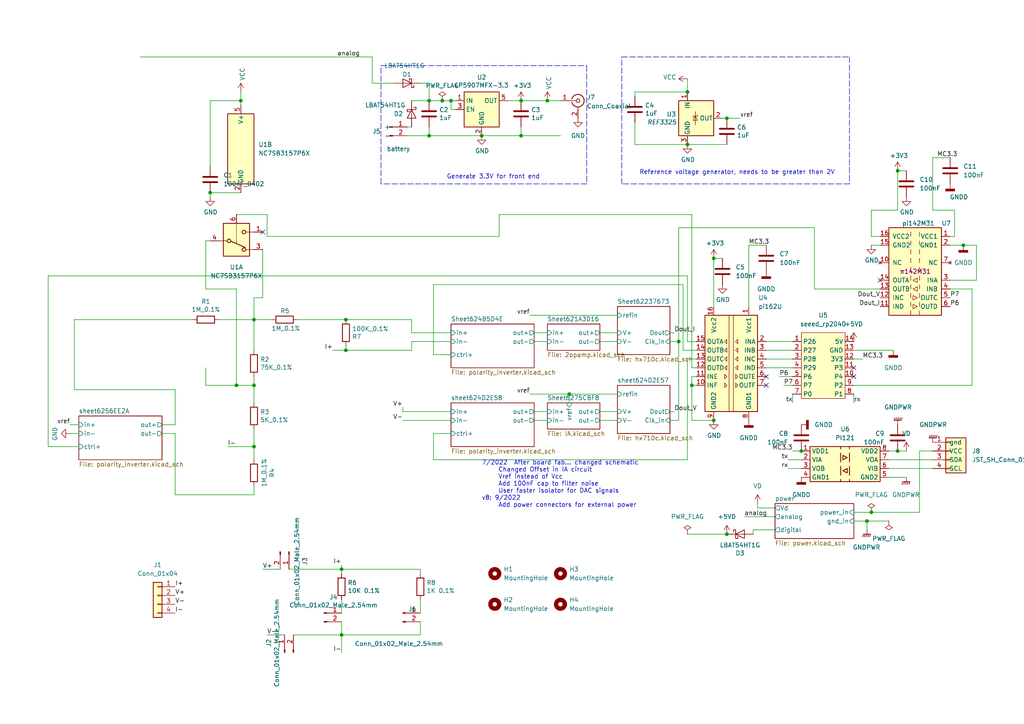
<source format=kicad_sch>
(kicad_sch (version 20211123) (generator eeschema)
  (paper "A4")
  (lib_symbols
    (symbol "0JLC-6:100K_0.1%" (pin_numbers hide) (pin_names (offset 0))
      (property "Reference" "R" (at 2.032 0 90))
      (property "Value" "100K_0.1%" (at 0 0 90))
      (symbol "100K_0.1%_1_1"
        (pin passive line (at 0 3.81 270) (length 1.27) (name "~") (number "1"))
        (pin passive line (at 0 -3.81 90) (length 1.27) (name "~") (number "2"))
      )
    )
    (symbol "0JLC-6:100nF" (pin_numbers hide) (pin_names (offset 0.254))
      (property "Reference" "C" (at 0.635 2.54 0))
      (property "Value" "100nF" (at 0.635 -2.54 0))
      (symbol "100nF_1_1"
        (pin passive line (at 0 3.81 270) (length 2.794) (name "~") (number "1"))
        (pin passive line (at 0 -3.81 90) (length 2.794) (name "~") (number "2"))
      )
    )
    (symbol "0JLC-6:100nF_0402" (pin_numbers hide) (pin_names (offset 0.254))
      (property "Reference" "C" (at 0.635 2.54 0))
      (property "Value" "100nF_0402" (at 0.635 -2.54 0))
      (symbol "100nF_0402_1_1"
        (pin passive line (at 0 3.81 270) (length 2.794) (name "~") (number "1"))
        (pin passive line (at 0 -3.81 90) (length 2.794) (name "~") (number "2"))
      )
    )
    (symbol "0JLC-6:10K" (pin_numbers hide) (pin_names (offset 0))
      (property "Reference" "R" (at 2.032 0 90))
      (property "Value" "10K" (at 0 0 90))
      (symbol "10K_1_1"
        (pin passive line (at 0 3.81 270) (length 1.27) (name "~") (number "1"))
        (pin passive line (at 0 -3.81 90) (length 1.27) (name "~") (number "2"))
      )
    )
    (symbol "0JLC-6:1K" (pin_numbers hide) (pin_names (offset 0))
      (property "Reference" "R" (at 2.032 0 90))
      (property "Value" "1K" (at 0 0 90))
      (symbol "1K_1_1"
        (pin passive line (at 0 3.81 270) (length 1.27) (name "~") (number "1"))
        (pin passive line (at 0 -3.81 90) (length 1.27) (name "~") (number "2"))
      )
    )
    (symbol "0JLC-6:1M_0.1%" (pin_numbers hide) (pin_names (offset 0))
      (property "Reference" "R" (at 2.032 0 90))
      (property "Value" "1M_0.1%" (at 0 0 90))
      (symbol "1M_0.1%_1_1"
        (pin passive line (at 0 3.81 270) (length 1.27) (name "~") (number "1"))
        (pin passive line (at 0 -3.81 90) (length 1.27) (name "~") (number "2"))
      )
    )
    (symbol "0JLC-6:1uF" (pin_numbers hide) (pin_names (offset 0.254))
      (property "Reference" "C" (at 0.635 2.54 0))
      (property "Value" "1uF" (at 0.635 -2.54 0))
      (symbol "1uF_1_1"
        (pin passive line (at 0 3.81 270) (length 2.794) (name "~") (number "1"))
        (pin passive line (at 0 -3.81 90) (length 2.794) (name "~") (number "2"))
      )
    )
    (symbol "0JLC-6:5K_0.1%" (pin_numbers hide) (pin_names (offset 0))
      (property "Reference" "R" (at 2.032 0 90))
      (property "Value" "5K_0.1%" (at 0 0 90))
      (symbol "5K_0.1%_1_1"
        (pin passive line (at 0 3.81 270) (length 1.27) (name "~") (number "1"))
        (pin passive line (at 0 -3.81 90) (length 1.27) (name "~") (number "2"))
      )
    )
    (symbol "0JLC-6:75K_0.1%" (pin_numbers hide) (pin_names (offset 0))
      (property "Reference" "R" (at 2.032 0 90))
      (property "Value" "75K_0.1%" (at 0 0 90))
      (symbol "75K_0.1%_1_1"
        (pin passive line (at 0 3.81 270) (length 1.27) (name "~") (number "1"))
        (pin passive line (at 0 -3.81 90) (length 1.27) (name "~") (number "2"))
      )
    )
    (symbol "0JLC-6:Conn_01x02_Male_2.54mm" (pin_names (offset 1.016) hide)
      (property "Reference" "J" (at 0 2.54 0))
      (property "Value" "Conn_01x02_Male_2.54mm" (at 0 -5.08 0))
      (symbol "Conn_01x02_Male_2.54mm_1_1"
        (pin passive line (at 5.08 0 180) (length 3.81) (name "Pin_1") (number "1"))
        (pin passive line (at 5.08 -2.54 180) (length 3.81) (name "Pin_2") (number "2"))
      )
    )
    (symbol "0JLC-6:JST-B2B-PH" (pin_names (offset 1.016))
      (property "Reference" "J" (at 0 2.54 0))
      (property "Value" "JST-B2B-PH" (at 0 -5.08 0))
      (symbol "JST-B2B-PH_1_1"
        (pin passive line (at 5.08 0 180) (length 3.81) (name "+") (number "1"))
        (pin passive line (at 5.08 -2.54 180) (length 3.81) (name "-") (number "2"))
      )
    )
    (symbol "0JLC-6:JST_SH_Conn_01x04_i2c_horizontal" (pin_names (offset 1.016))
      (property "Reference" "J" (at 0 5.08 0))
      (property "Value" "JST_SH_Conn_01x04_i2c_horizontal" (at 0 -7.62 0))
      (symbol "JST_SH_Conn_01x04_i2c_horizontal_1_1"
        (pin passive line (at -5.08 2.54 0) (length 3.81) (name "gnd") (number "1"))
        (pin passive line (at -5.08 0 0) (length 3.81) (name "VCC") (number "2"))
        (pin passive line (at -5.08 -2.54 0) (length 3.81) (name "SDA") (number "3"))
        (pin passive line (at -5.08 -5.08 0) (length 3.81) (name "SCL") (number "4"))
      )
    )
    (symbol "0JLC-6:LBAT54HT1G" (pin_numbers hide) (pin_names (offset 1.016) hide)
      (property "Reference" "D" (at 0 2.54 0))
      (property "Value" "LBAT54HT1G" (at 0 -2.54 0))
      (symbol "LBAT54HT1G_1_1"
        (pin passive line (at -3.81 0 0) (length 2.54) (name "K") (number "1"))
        (pin passive line (at 3.81 0 180) (length 2.54) (name "A") (number "2"))
      )
    )
    (symbol "0JLC-6:LP5907MFX-3.3"
      (property "Reference" "U" (at -3.81 6.35 0))
      (property "Value" "LP5907MFX-3.3" (at 6.35 6.35 0))
      (symbol "LP5907MFX-3.3_0_1"
        (pin power_in line (at -7.62 2.54 0) (length 2.54) (name "IN") (number "1"))
        (pin power_in line (at 0 -7.62 90) (length 2.54) (name "GND") (number "2"))
        (pin input line (at -7.62 0 0) (length 2.54) (name "EN") (number "3"))
        (pin no_connect line (at 5.08 0 180) (length 2.54) hide (name "NC") (number "4"))
        (pin power_out line (at 7.62 2.54 180) (length 2.54) (name "OUT") (number "5"))
      )
    )
    (symbol "0JLC-6:PI121"
      (property "Reference" "U" (at -8.89 6.35 0))
      (property "Value" "PI121" (at 1.27 6.35 0))
      (symbol "PI121_1_1"
        (pin power_in line (at -12.7 3.81 0) (length 2.54) (name "VDD1") (number "1"))
        (pin input line (at -12.7 1.27 0) (length 2.54) (name "VIA") (number "2"))
        (pin output line (at -12.7 -1.27 0) (length 2.54) (name "VOB") (number "3"))
        (pin power_in line (at -12.7 -3.81 0) (length 2.54) (name "GND1") (number "4"))
        (pin power_in line (at 12.7 -3.81 180) (length 2.54) (name "GND2") (number "5"))
        (pin input line (at 12.7 -1.27 180) (length 2.54) (name "VIB") (number "6"))
        (pin output line (at 12.7 1.27 180) (length 2.54) (name "VOA") (number "7"))
        (pin power_in line (at 12.7 3.81 180) (length 2.54) (name "VDD2") (number "8"))
      )
    )
    (symbol "0JLC-6:pi142x3x" (pin_names (offset 1.016))
      (property "Reference" "U?" (at 0 17.78 0))
      (property "Value" "pi142x3x" (at 0 15.24 0))
      (property "MPN" "π142M31" (at 0 0 0))
      (symbol "pi142x3x_1_1"
        (pin power_in line (at -10.16 10.16 0) (length 2.54) (name "VCC1") (number "1"))
        (pin no_connect line (at 10.16 2.54 180) (length 2.54) (name "NC") (number "10"))
        (pin input line (at 10.16 -10.16 180) (length 2.54) (name "IND") (number "11"))
        (pin input line (at 10.16 -7.62 180) (length 2.54) (name "INC") (number "12"))
        (pin output line (at 10.16 -5.08 180) (length 2.54) (name "OUTB") (number "13"))
        (pin output line (at 10.16 -2.54 180) (length 2.54) (name "OUTA") (number "14"))
        (pin power_in line (at 10.16 7.62 180) (length 2.54) (name "GND2") (number "15"))
        (pin power_in line (at 10.16 10.16 180) (length 2.54) (name "VCC2") (number "16"))
        (pin power_in line (at -10.16 7.62 0) (length 2.54) (name "GND1") (number "2"))
        (pin input line (at -10.16 -2.54 0) (length 2.54) (name "INA") (number "3"))
        (pin input line (at -10.16 -5.08 0) (length 2.54) (name "INB") (number "4"))
        (pin output line (at -10.16 -7.62 0) (length 2.54) (name "OUTC") (number "5"))
        (pin output line (at -10.16 -10.16 0) (length 2.54) (name "OUTD") (number "6"))
        (pin no_connect line (at -10.16 2.54 0) (length 2.54) (name "NC") (number "7"))
        (pin passive line (at -10.16 7.62 0) (length 2.54) hide (name "GND1") (number "8"))
        (pin passive line (at 10.16 7.62 180) (length 2.54) hide (name "GND2") (number "9"))
      )
    )
    (symbol "Analog_Switch:NC7SB3157P6X" (pin_names (offset 0.127))
      (property "Reference" "U" (at -3.175 4.699 0))
      (property "Value" "NC7SB3157P6X" (at -3.175 2.921 0))
      (symbol "NC7SB3157P6X_1_1"
        (pin passive line (at 7.62 -5.08 180) (length 2.54) (name "~") (number "1"))
        (pin passive line (at 7.62 0 180) (length 2.54) (name "~") (number "3"))
        (pin passive line (at -7.62 -2.54 0) (length 2.54) (name "~") (number "4"))
        (pin input line (at 0 -10.16 90) (length 2.54) (name "~") (number "6"))
      )
      (symbol "NC7SB3157P6X_2_0"
        (pin power_in line (at 0 -12.7 90) (length 2.54) (name "GND") (number "2"))
        (pin power_in line (at 0 12.7 270) (length 2.54) (name "V+") (number "5"))
      )
    )
    (symbol "Connector:Conn_Coaxial" (pin_names (offset 1.016) hide)
      (property "Reference" "J" (at 0.254 3.048 0))
      (property "Value" "Conn_Coaxial" (at 2.921 0 90))
      (symbol "Conn_Coaxial_1_1"
        (pin passive line (at -5.08 0 0) (length 2.54) (name "In") (number "1"))
        (pin passive line (at 0 -5.08 90) (length 2.54) (name "Ext") (number "2"))
      )
    )
    (symbol "Connector_Generic:Conn_01x04" (pin_names (offset 1.016) hide)
      (property "Reference" "J" (at 0 5.08 0))
      (property "Value" "Conn_01x04" (at 0 -7.62 0))
      (symbol "Conn_01x04_1_1"
        (pin passive line (at -5.08 2.54 0) (length 3.81) (name "Pin_1") (number "1"))
        (pin passive line (at -5.08 0 0) (length 3.81) (name "Pin_2") (number "2"))
        (pin passive line (at -5.08 -2.54 0) (length 3.81) (name "Pin_3") (number "3"))
        (pin passive line (at -5.08 -5.08 0) (length 3.81) (name "Pin_4") (number "4"))
      )
    )
    (symbol "Isolator:ISO7762DW"
      (property "Reference" "U" (at 8.255 14.605 0))
      (property "Value" "ISO7762DW" (at 8.255 12.065 0))
      (symbol "ISO7762DW_1_1"
        (pin power_in line (at -5.08 17.78 270) (length 2.54) (name "Vcc1") (number "1"))
        (pin input line (at 10.16 -5.08 180) (length 2.54) (name "INF") (number "10"))
        (pin input line (at 10.16 -2.54 180) (length 2.54) (name "INE") (number "11"))
        (pin output line (at 10.16 0 180) (length 2.54) (name "OUTD") (number "12"))
        (pin output line (at 10.16 2.54 180) (length 2.54) (name "OUTC") (number "13"))
        (pin output line (at 10.16 5.08 180) (length 2.54) (name "OUTB") (number "14"))
        (pin output line (at 10.16 7.62 180) (length 2.54) (name "OUTA") (number "15"))
        (pin power_in line (at 5.08 17.78 270) (length 2.54) (name "Vcc2") (number "16"))
        (pin input line (at -10.16 7.62 0) (length 2.54) (name "INA") (number "2"))
        (pin input line (at -10.16 5.08 0) (length 2.54) (name "INB") (number "3"))
        (pin input line (at -10.16 2.54 0) (length 2.54) (name "INC") (number "4"))
        (pin input line (at -10.16 0 0) (length 2.54) (name "IND") (number "5"))
        (pin output line (at -10.16 -2.54 0) (length 2.54) (name "OUTE") (number "6"))
        (pin output line (at -10.16 -5.08 0) (length 2.54) (name "OUTF") (number "7"))
        (pin power_in line (at -5.08 -15.24 90) (length 2.54) (name "GND1") (number "8"))
        (pin power_in line (at 5.08 -15.24 90) (length 2.54) (name "GND2") (number "9"))
      )
    )
    (symbol "Mechanical:MountingHole" (pin_names (offset 1.016))
      (property "Reference" "H" (at 0 5.08 0))
      (property "Value" "MountingHole" (at 0 3.175 0))
    )
    (symbol "Reference_Voltage:REF3033" (pin_names (offset 0.254))
      (property "Reference" "U" (at 0 6.35 0))
      (property "Value" "REF3033" (at 2.54 -6.35 0))
      (symbol "REF3033_1_1"
        (pin power_in line (at -2.54 7.62 270) (length 2.54) (name "IN") (number "1"))
        (pin power_out line (at 7.62 0 180) (length 2.54) (name "OUT") (number "2"))
        (pin power_in line (at -2.54 -7.62 90) (length 2.54) (name "GND") (number "3"))
      )
    )
    (symbol "power:+3.3V" (power) (pin_names (offset 0))
      (property "Value" "+3.3V" (at 0 3.556 0))
      (symbol "+3.3V_1_1"
        (pin power_in line (at 0 0 90) (length 0) hide (name "+3V3") (number "1"))
      )
    )
    (symbol "power:+5VD" (power) (pin_names (offset 0))
      (property "Value" "+5VD" (at 0 3.556 0))
      (symbol "+5VD_1_1"
        (pin power_in line (at 0 0 90) (length 0) hide (name "+5VD") (number "1"))
      )
    )
    (symbol "power:GND" (power) (pin_names (offset 0))
      (property "Value" "GND" (at 0 -3.81 0))
      (symbol "GND_1_1"
        (pin power_in line (at 0 0 270) (length 0) hide (name "GND") (number "1"))
      )
    )
    (symbol "power:GNDD" (power) (pin_names (offset 0))
      (property "Value" "GNDD" (at 0 -3.175 0))
      (symbol "GNDD_1_1"
        (pin power_in line (at 0 0 270) (length 0) hide (name "GNDD") (number "1"))
      )
    )
    (symbol "power:GNDPWR" (power) (pin_names (offset 0))
      (property "Value" "GNDPWR" (at 0 -3.302 0))
      (symbol "GNDPWR_1_1"
        (pin power_in line (at 0 0 270) (length 0) hide (name "GNDPWR") (number "1"))
      )
    )
    (symbol "power:PWR_FLAG" (power) (pin_numbers hide) (pin_names (offset 0) hide)
      (property "Value" "PWR_FLAG" (at 0 3.81 0))
      (symbol "PWR_FLAG_0_0"
        (pin power_out line (at 0 0 90) (length 0) (name "pwr") (number "1"))
      )
    )
    (symbol "power:VCC" (power) (pin_names (offset 0))
      (property "Value" "VCC" (at 0 3.81 0))
      (symbol "VCC_1_1"
        (pin power_in line (at 0 0 90) (length 0) hide (name "VCC") (number "1"))
      )
    )
    (symbol "power:VD" (power) (pin_names (offset 0))
      (property "Value" "VD" (at 0 3.81 0))
      (symbol "VD_1_1"
        (pin power_in line (at 0 0 90) (length 0) hide (name "VD") (number "1"))
      )
    )
    (symbol "schematic_library:seeed_rp2040"
      (property "Reference" "U" (at -2.54 1.27 0))
      (property "Value" "seeed_rp2040" (at 0 3.81 0))
      (symbol "seeed_rp2040_1_1"
        (pin bidirectional line (at -8.89 -2.54 0) (length 2.54) (name "P26") (number "1"))
        (pin bidirectional line (at 8.89 -12.7 180) (length 2.54) (name "P4") (number "10"))
        (pin bidirectional line (at 8.89 -10.16 180) (length 2.54) (name "P3") (number "11"))
        (pin power_out line (at 8.89 -7.62 180) (length 2.54) (name "3V3") (number "12"))
        (pin passive line (at 8.89 -5.08 180) (length 2.54) (name "GND") (number "13"))
        (pin passive line (at 8.89 -2.54 180) (length 2.54) (name "5V") (number "14"))
        (pin bidirectional line (at -8.89 -5.08 0) (length 2.54) (name "P27") (number "2"))
        (pin bidirectional line (at -8.89 -7.62 0) (length 2.54) (name "P28") (number "3"))
        (pin bidirectional line (at -8.89 -10.16 0) (length 2.54) (name "P29") (number "4"))
        (pin bidirectional line (at -8.89 -12.7 0) (length 2.54) (name "P6") (number "5"))
        (pin bidirectional line (at -8.89 -15.24 0) (length 2.54) (name "P7") (number "6"))
        (pin bidirectional line (at -8.89 -17.78 0) (length 2.54) (name "P0") (number "7"))
        (pin bidirectional line (at 8.89 -17.78 180) (length 2.54) (name "P1") (number "8"))
        (pin bidirectional line (at 8.89 -15.24 180) (length 2.54) (name "P2") (number "9"))
      )
    )
  )
  (junction (at 260.35 49.53))
  (junction (at 128.27 29.21))
  (junction (at 200.66 111.76))
  (junction (at 100.33 92.71))
  (junction (at 99.06 184.15))
  (junction (at 251.46 151.13))
  (junction (at 210.82 34.29))
  (junction (at 232.41 130.81))
  (junction (at 279.4 71.12))
  (junction (at 139.7 39.37))
  (junction (at 73.66 92.71))
  (junction (at 210.82 154.94))
  (junction (at 199.39 26.67))
  (junction (at 124.46 29.21))
  (junction (at 158.75 29.21))
  (junction (at 60.96 55.88))
  (junction (at 99.06 165.1))
  (junction (at 165.1 114.3))
  (junction (at 69.85 29.21))
  (junction (at 252.73 148.59))
  (junction (at 73.66 129.54))
  (junction (at 196.85 99.06))
  (junction (at 207.01 121.92))
  (junction (at 68.58 111.76))
  (junction (at 73.66 111.76))
  (junction (at 151.13 29.21))
  (junction (at 130.81 29.21))
  (junction (at 100.33 101.6))
  (junction (at 124.46 39.37))
  (junction (at 199.39 41.91))
  (junction (at 207.01 74.93))
  (junction (at 260.35 130.81))
  (junction (at 151.13 39.37))
  (no_connect (at 76.2 67.31))
  (no_connect (at 247.65 109.22))
  (no_connect (at 247.65 106.68))
  (no_connect (at 255.27 81.28))
  (no_connect (at 222.25 109.22))
  (no_connect (at 222.25 111.76))
  (wire (pts (xy 121.92 165.1) (xy 121.92 166.37)))
  (wire (pts (xy 124.46 39.37) (xy 139.7 39.37)))
  (wire (pts (xy 77.47 184.15) (xy 82.55 184.15)))
  (wire (pts (xy 119.38 29.21) (xy 124.46 29.21)))
  (wire (pts (xy 194.31 99.06) (xy 196.85 99.06)))
  (wire (pts (xy 165.1 114.3) (xy 165.1 116.84)))
  (wire (pts (xy 228.6 135.89) (xy 232.41 135.89)))
  (wire (pts (xy 21.59 113.03) (xy 21.59 92.71)))
  (wire (pts (xy 154.94 121.92) (xy 158.75 121.92)))
  (wire (pts (xy 276.86 60.96) (xy 276.86 68.58)))
  (wire (pts (xy 50.8 125.73) (xy 50.8 143.51)))
  (wire (pts (xy 13.97 129.54) (xy 22.86 129.54)))
  (polyline (pts (xy 170.18 53.34) (xy 110.49 53.34)))
  (wire (pts (xy 219.71 146.05) (xy 219.71 147.32)))
  (wire (pts (xy 69.85 29.21) (xy 69.85 30.48)))
  (wire (pts (xy 194.31 119.38) (xy 195.58 119.38)))
  (wire (pts (xy 99.06 180.34) (xy 99.06 184.15)))
  (wire (pts (xy 118.11 36.83) (xy 119.38 36.83)))
  (wire (pts (xy 107.95 24.13) (xy 107.95 16.51)))
  (wire (pts (xy 266.7 130.81) (xy 270.51 130.81)))
  (wire (pts (xy 50.8 123.19) (xy 50.8 113.03)))
  (wire (pts (xy 217.17 71.12) (xy 222.25 71.12)))
  (wire (pts (xy 121.92 173.99) (xy 121.92 177.8)))
  (wire (pts (xy 130.81 99.06) (xy 119.38 99.06)))
  (wire (pts (xy 121.92 184.15) (xy 99.06 184.15)))
  (wire (pts (xy 283.21 81.28) (xy 283.21 71.12)))
  (wire (pts (xy 100.33 100.33) (xy 100.33 101.6)))
  (wire (pts (xy 210.82 34.29) (xy 214.63 34.29)))
  (wire (pts (xy 196.85 99.06) (xy 196.85 121.92)))
  (wire (pts (xy 119.38 99.06) (xy 119.38 101.6)))
  (wire (pts (xy 68.58 83.82) (xy 59.69 83.82)))
  (wire (pts (xy 200.66 62.23) (xy 200.66 106.68)))
  (wire (pts (xy 69.85 26.67) (xy 69.85 29.21)))
  (wire (pts (xy 119.38 101.6) (xy 100.33 101.6)))
  (wire (pts (xy 162.56 39.37) (xy 151.13 39.37)))
  (wire (pts (xy 251.46 151.13) (xy 257.81 151.13)))
  (wire (pts (xy 99.06 184.15) (xy 99.06 189.23)))
  (wire (pts (xy 125.73 133.35) (xy 125.73 125.73)))
  (wire (pts (xy 73.66 86.36) (xy 73.66 92.71)))
  (wire (pts (xy 125.73 133.35) (xy 199.39 133.35)))
  (wire (pts (xy 198.12 82.55) (xy 125.73 82.55)))
  (wire (pts (xy 229.87 114.3) (xy 229.87 116.84)))
  (wire (pts (xy 130.81 119.38) (xy 116.84 119.38)))
  (wire (pts (xy 218.44 153.67) (xy 218.44 154.94)))
  (wire (pts (xy 257.81 135.89) (xy 270.51 135.89)))
  (wire (pts (xy 50.8 143.51) (xy 73.66 143.51)))
  (wire (pts (xy 196.85 121.92) (xy 194.31 121.92)))
  (wire (pts (xy 73.66 92.71) (xy 73.66 101.6)))
  (wire (pts (xy 147.32 29.21) (xy 151.13 29.21)))
  (wire (pts (xy 77.47 68.58) (xy 144.78 68.58)))
  (wire (pts (xy 66.04 129.54) (xy 73.66 129.54)))
  (wire (pts (xy 59.69 69.85) (xy 60.96 69.85)))
  (wire (pts (xy 73.66 109.22) (xy 73.66 111.76)))
  (wire (pts (xy 227.33 111.76) (xy 229.87 111.76)))
  (wire (pts (xy 144.78 62.23) (xy 200.66 62.23)))
  (wire (pts (xy 59.69 83.82) (xy 59.69 69.85)))
  (wire (pts (xy 154.94 119.38) (xy 158.75 119.38)))
  (wire (pts (xy 247.65 101.6) (xy 259.08 101.6)))
  (wire (pts (xy 215.9 149.86) (xy 224.79 149.86)))
  (wire (pts (xy 73.66 92.71) (xy 78.74 92.71)))
  (wire (pts (xy 281.94 83.82) (xy 281.94 111.76)))
  (wire (pts (xy 228.6 133.35) (xy 232.41 133.35)))
  (wire (pts (xy 124.46 29.21) (xy 128.27 29.21)))
  (wire (pts (xy 144.78 68.58) (xy 144.78 62.23)))
  (wire (pts (xy 251.46 151.13) (xy 251.46 153.67)))
  (wire (pts (xy 60.96 55.88) (xy 60.96 57.15)))
  (wire (pts (xy 207.01 74.93) (xy 209.55 74.93)))
  (wire (pts (xy 236.22 66.04) (xy 196.85 66.04)))
  (wire (pts (xy 198.12 101.6) (xy 198.12 82.55)))
  (wire (pts (xy 132.08 31.75) (xy 130.81 31.75)))
  (wire (pts (xy 247.65 111.76) (xy 281.94 111.76)))
  (wire (pts (xy 99.06 165.1) (xy 99.06 166.37)))
  (wire (pts (xy 266.7 130.81) (xy 266.7 148.59)))
  (wire (pts (xy 116.84 119.38) (xy 116.84 118.11)))
  (wire (pts (xy 73.66 111.76) (xy 73.66 116.84)))
  (wire (pts (xy 21.59 92.71) (xy 55.88 92.71)))
  (wire (pts (xy 63.5 92.71) (xy 73.66 92.71)))
  (wire (pts (xy 199.39 104.14) (xy 201.93 104.14)))
  (wire (pts (xy 260.35 130.81) (xy 262.89 130.81)))
  (wire (pts (xy 199.39 41.91) (xy 184.15 41.91)))
  (wire (pts (xy 226.06 109.22) (xy 229.87 109.22)))
  (wire (pts (xy 60.96 48.26) (xy 60.96 29.21)))
  (wire (pts (xy 219.71 147.32) (xy 224.79 147.32)))
  (wire (pts (xy 275.59 83.82) (xy 281.94 83.82)))
  (wire (pts (xy 260.35 49.53) (xy 262.89 49.53)))
  (wire (pts (xy 99.06 173.99) (xy 99.06 177.8)))
  (wire (pts (xy 116.84 121.92) (xy 130.81 121.92)))
  (wire (pts (xy 154.94 99.06) (xy 158.75 99.06)))
  (polyline (pts (xy 246.38 16.51) (xy 246.38 53.34)))
  (wire (pts (xy 270.51 45.72) (xy 270.51 60.96)))
  (wire (pts (xy 179.07 114.3) (xy 165.1 114.3)))
  (wire (pts (xy 165.1 114.3) (xy 153.67 114.3)))
  (wire (pts (xy 121.92 24.13) (xy 124.46 24.13)))
  (wire (pts (xy 119.38 92.71) (xy 119.38 96.52)))
  (polyline (pts (xy 180.34 53.34) (xy 180.34 16.51)))
  (wire (pts (xy 179.07 91.44) (xy 153.67 91.44)))
  (wire (pts (xy 275.59 81.28) (xy 283.21 81.28)))
  (wire (pts (xy 201.93 109.22) (xy 200.66 109.22)))
  (wire (pts (xy 50.8 113.03) (xy 21.59 113.03)))
  (wire (pts (xy 247.65 148.59) (xy 252.73 148.59)))
  (wire (pts (xy 107.95 16.51) (xy 40.64 16.51)))
  (wire (pts (xy 247.65 114.3) (xy 247.65 116.84)))
  (wire (pts (xy 275.59 71.12) (xy 279.4 71.12)))
  (polyline (pts (xy 110.49 19.05) (xy 170.18 19.05)))
  (wire (pts (xy 86.36 92.71) (xy 100.33 92.71)))
  (polyline (pts (xy 110.49 53.34) (xy 110.49 19.05)))
  (wire (pts (xy 199.39 80.01) (xy 199.39 99.06)))
  (wire (pts (xy 257.81 130.81) (xy 260.35 130.81)))
  (polyline (pts (xy 170.18 19.05) (xy 170.18 53.34)))
  (polyline (pts (xy 180.34 16.51) (xy 246.38 16.51)))
  (wire (pts (xy 130.81 29.21) (xy 132.08 29.21)))
  (wire (pts (xy 199.39 99.06) (xy 201.93 99.06)))
  (wire (pts (xy 179.07 119.38) (xy 173.99 119.38)))
  (wire (pts (xy 255.27 83.82) (xy 236.22 83.82)))
  (wire (pts (xy 99.06 165.1) (xy 121.92 165.1)))
  (wire (pts (xy 130.81 31.75) (xy 130.81 29.21)))
  (wire (pts (xy 69.85 55.88) (xy 60.96 55.88)))
  (wire (pts (xy 68.58 111.76) (xy 68.58 83.82)))
  (wire (pts (xy 76.2 72.39) (xy 76.2 86.36)))
  (wire (pts (xy 184.15 41.91) (xy 184.15 35.56)))
  (wire (pts (xy 200.66 111.76) (xy 201.93 111.76)))
  (wire (pts (xy 73.66 129.54) (xy 73.66 133.35)))
  (wire (pts (xy 173.99 99.06) (xy 179.07 99.06)))
  (wire (pts (xy 236.22 83.82) (xy 236.22 66.04)))
  (wire (pts (xy 199.39 22.86) (xy 199.39 26.67)))
  (wire (pts (xy 199.39 154.94) (xy 210.82 154.94)))
  (wire (pts (xy 68.58 111.76) (xy 73.66 111.76)))
  (wire (pts (xy 201.93 106.68) (xy 200.66 106.68)))
  (wire (pts (xy 222.25 106.68) (xy 229.87 106.68)))
  (wire (pts (xy 247.65 151.13) (xy 251.46 151.13)))
  (wire (pts (xy 200.66 111.76) (xy 200.66 121.92)))
  (wire (pts (xy 158.75 29.21) (xy 162.56 29.21)))
  (wire (pts (xy 46.99 125.73) (xy 50.8 125.73)))
  (wire (pts (xy 125.73 125.73) (xy 130.81 125.73)))
  (wire (pts (xy 201.93 101.6) (xy 198.12 101.6)))
  (wire (pts (xy 257.81 138.43) (xy 262.89 138.43)))
  (wire (pts (xy 13.97 129.54) (xy 13.97 80.01)))
  (wire (pts (xy 252.73 148.59) (xy 266.7 148.59)))
  (wire (pts (xy 179.07 96.52) (xy 173.99 96.52)))
  (wire (pts (xy 199.39 133.35) (xy 199.39 104.14)))
  (wire (pts (xy 81.28 165.1) (xy 76.2 165.1)))
  (wire (pts (xy 99.06 163.83) (xy 99.06 165.1)))
  (wire (pts (xy 260.35 49.53) (xy 260.35 60.96)))
  (wire (pts (xy 184.15 26.67) (xy 199.39 26.67)))
  (wire (pts (xy 68.58 62.23) (xy 77.47 62.23)))
  (wire (pts (xy 209.55 34.29) (xy 210.82 34.29)))
  (wire (pts (xy 276.86 68.58) (xy 275.59 68.58)))
  (wire (pts (xy 210.82 41.91) (xy 199.39 41.91)))
  (wire (pts (xy 46.99 123.19) (xy 50.8 123.19)))
  (wire (pts (xy 252.73 71.12) (xy 255.27 71.12)))
  (wire (pts (xy 59.69 106.68) (xy 59.69 111.76)))
  (wire (pts (xy 252.73 60.96) (xy 260.35 60.96)))
  (wire (pts (xy 20.32 123.19) (xy 22.86 123.19)))
  (wire (pts (xy 100.33 92.71) (xy 119.38 92.71)))
  (wire (pts (xy 222.25 104.14) (xy 229.87 104.14)))
  (wire (pts (xy 125.73 102.87) (xy 130.81 102.87)))
  (wire (pts (xy 59.69 111.76) (xy 68.58 111.76)))
  (wire (pts (xy 121.92 180.34) (xy 121.92 184.15)))
  (wire (pts (xy 255.27 68.58) (xy 252.73 68.58)))
  (wire (pts (xy 125.73 82.55) (xy 125.73 102.87)))
  (wire (pts (xy 13.97 80.01) (xy 199.39 80.01)))
  (wire (pts (xy 195.58 96.52) (xy 194.31 96.52)))
  (wire (pts (xy 217.17 71.12) (xy 217.17 88.9)))
  (wire (pts (xy 128.27 29.21) (xy 130.81 29.21)))
  (wire (pts (xy 196.85 66.04) (xy 196.85 99.06)))
  (wire (pts (xy 76.2 86.36) (xy 73.66 86.36)))
  (wire (pts (xy 114.3 24.13) (xy 107.95 24.13)))
  (wire (pts (xy 270.51 60.96) (xy 276.86 60.96)))
  (wire (pts (xy 222.25 101.6) (xy 229.87 101.6)))
  (wire (pts (xy 73.66 124.46) (xy 73.66 129.54)))
  (polyline (pts (xy 246.38 53.34) (xy 180.34 53.34)))
  (wire (pts (xy 60.96 29.21) (xy 69.85 29.21)))
  (wire (pts (xy 229.87 130.81) (xy 232.41 130.81)))
  (wire (pts (xy 247.65 104.14) (xy 250.19 104.14)))
  (wire (pts (xy 252.73 68.58) (xy 252.73 60.96)))
  (wire (pts (xy 257.81 133.35) (xy 270.51 133.35)))
  (wire (pts (xy 124.46 36.83) (xy 124.46 39.37)))
  (wire (pts (xy 173.99 121.92) (xy 179.07 121.92)))
  (wire (pts (xy 85.09 184.15) (xy 99.06 184.15)))
  (wire (pts (xy 77.47 62.23) (xy 77.47 68.58)))
  (wire (pts (xy 151.13 29.21) (xy 158.75 29.21)))
  (wire (pts (xy 83.82 165.1) (xy 99.06 165.1)))
  (wire (pts (xy 124.46 24.13) (xy 124.46 29.21)))
  (wire (pts (xy 96.52 101.6) (xy 100.33 101.6)))
  (wire (pts (xy 73.66 140.97) (xy 73.66 143.51)))
  (wire (pts (xy 270.51 45.72) (xy 275.59 45.72)))
  (wire (pts (xy 151.13 39.37) (xy 139.7 39.37)))
  (wire (pts (xy 119.38 96.52) (xy 130.81 96.52)))
  (wire (pts (xy 207.01 74.93) (xy 207.01 88.9)))
  (wire (pts (xy 283.21 71.12) (xy 279.4 71.12)))
  (wire (pts (xy 200.66 121.92) (xy 207.01 121.92)))
  (wire (pts (xy 154.94 96.52) (xy 158.75 96.52)))
  (wire (pts (xy 222.25 99.06) (xy 229.87 99.06)))
  (wire (pts (xy 151.13 36.83) (xy 151.13 39.37)))
  (wire (pts (xy 224.79 153.67) (xy 218.44 153.67)))
  (wire (pts (xy 20.32 125.73) (xy 22.86 125.73)))
  (wire (pts (xy 184.15 27.94) (xy 184.15 26.67)))
  (wire (pts (xy 118.11 39.37) (xy 124.46 39.37)))
  (wire (pts (xy 200.66 109.22) (xy 200.66 111.76)))
  (text "7/2022  After board fab... changed schematic \n	Changed Offset in IA circuit\n   	Vref instead of Vcc\n   	Add 100nF cap to filter noise\n	User faster isolator for DAC signals\nv8: 9/2022\n	Add power connectors for external power" (at 139.7 147.32 0) (effects (font (size 1.27 1.27)) (justify left bottom)))
  (text "Reference voltage generator, needs to be greater than 2V\n" (at 185.42 50.8 0) (effects (font (size 1.27 1.27)) (justify left bottom)))
  (text "Generate 3.3V for front end" (at 129.54 52.07 0) (effects (font (size 1.27 1.27)) (justify left bottom)))
  (label "Dout_V" (at 255.27 86.36 180))
  (label "vref" (at 153.67 91.44 180))
  (label "I-" (at 50.8 177.8 0))
  (label "Dout_I" (at 195.58 96.52 0))
  (label "V-" (at 116.84 121.92 180))
  (label "P7" (at 227.33 111.76 0))
  (label "MC3.3" (at 217.17 71.12 0))
  (label "analog" (at 215.9 149.86 0))
  (label "V+" (at 116.84 118.11 180))
  (label "I+" (at 99.06 163.83 180))
  (label "I+" (at 96.52 101.6 180))
  (label "tx" (at 228.6 133.35 180))
  (label "rx" (at 228.6 135.89 180))
  (label "V-" (at 77.47 184.15 0))
  (label "I-" (at 66.04 129.54 0))
  (label "Dout_V" (at 195.58 119.38 0))
  (label "I+" (at 50.8 170.18 0))
  (label "analog" (at 97.79 16.51 0))
  (label "MC3.3" (at 271.78 45.72 0))
  (label "vref" (at 20.32 123.19 180))
  (label "V-" (at 50.8 175.26 0))
  (label "P7" (at 275.59 86.36 0))
  (label "vref" (at 153.67 114.3 180))
  (label "P6" (at 226.06 109.22 0))
  (label "Dout_I" (at 255.27 88.9 180))
  (label "rx" (at 247.65 116.84 0))
  (label "I-" (at 99.06 189.23 180))
  (label "V+" (at 76.2 165.1 0))
  (label "P6" (at 275.59 88.9 0))
  (label "V+" (at 50.8 172.72 0))
  (label "tx" (at 229.87 116.84 180))
  (label "vref" (at 214.63 34.29 0))
  (label "MC3.3" (at 229.87 130.81 180))
  (label "MC3.3" (at 250.19 104.14 0))
  (symbol (lib_id "0JLC-6:1M_0.1%") (at 59.69 92.71 270) (unit 1)
    (property "Reference" "R1" (at 59.69 87.4522 90))
    (property "Value" "1M_0.1%" (at 59.69 89.7636 90))
    (property "Footprint" "Resistor_SMD:R_1206_3216Metric_Pad1.42x1.75mm_HandSolder" (effects hide))
    (property "LCSC" "C130127" (effects hide))
    (property "MPN" "TC0625B1004T5E" (effects hide))
  )
  (symbol (lib_id "0JLC-6:1M_0.1%") (at 73.66 137.16 180) (unit 1)
    (property "Reference" "R4" (at 78.9178 137.16 90))
    (property "Value" "1M_0.1%" (at 76.6064 137.16 90))
    (property "Footprint" "Resistor_SMD:R_1206_3216Metric_Pad1.42x1.75mm_HandSolder" (effects hide))
    (property "LCSC" "C130127" (effects hide))
    (property "MPN" "TC0625B1004T5E" (effects hide))
  )
  (symbol (lib_id "0JLC-6:1M_0.1%") (at 82.55 92.71 270) (unit 1)
    (property "Reference" "R5" (at 81.28 90.17 90) (effects (justify left)))
    (property "Value" "1M_0.1%" (at 78.74 95.25 90) (effects (justify left)))
    (property "Footprint" "Resistor_SMD:R_1206_3216Metric_Pad1.42x1.75mm_HandSolder" (effects hide))
    (property "LCSC" "C130127" (effects hide))
    (property "MPN" "TC0625B1004T5E" (effects hide))
  )
  (symbol (lib_id "0JLC-6:LP5907MFX-3.3") (at 139.7 31.75 0) (unit 1)
    (property "Reference" "U2" (at 139.7 22.4282 0))
    (property "Value" "LP5907MFX-3.3" (at 139.7 24.7396 0))
    (property "Footprint" "Package_TO_SOT_SMD:SOT-23-5" (effects hide))
    (property "Datasheet" "http://www.ti.com/lit/ds/symlink/lp5907.pdf" (effects hide))
    (property "LCSC" "C80670" (effects hide))
    (property "MPN" "LP5907MFX-3.3/NOPB" (effects hide))
  )
  (symbol (lib_id "0JLC-6:1uF") (at 124.46 33.02 0) (unit 1)
    (property "Reference" "C2" (at 127.381 31.8516 0) (effects (justify left)))
    (property "Value" "1uF" (at 127.381 34.163 0) (effects (justify left)))
    (property "Footprint" "Capacitor_SMD:C_0603_1608Metric_Pad1.08x0.95mm_HandSolder" (effects hide))
    (property "LCSC" "C15849" (effects hide))
    (property "MPN" "CL10A105KB8NNNC" (effects hide))
  )
  (symbol (lib_id "0JLC-6:1uF") (at 151.13 33.02 0) (unit 1)
    (property "Reference" "C3" (at 154.051 31.8516 0) (effects (justify left)))
    (property "Value" "1uF" (at 154.051 34.163 0) (effects (justify left)))
    (property "Footprint" "Capacitor_SMD:C_0603_1608Metric_Pad1.08x0.95mm_HandSolder" (effects hide))
    (property "LCSC" "C15849" (effects hide))
    (property "MPN" "CL10A105KB8NNNC" (effects hide))
  )
  (symbol (lib_id "power:+3.3V") (at 151.13 29.21 0) (unit 1)
    (property "Reference" "#PWR05" (effects hide))
    (property "Value" "+3.3V" (at 151.511 24.8158 0))
  )
  (symbol (lib_id "power:GND") (at 139.7 39.37 0) (unit 1)
    (property "Reference" "#PWR04" (effects hide))
    (property "Value" "GND" (at 139.827 43.7642 0))
  )
  (symbol (lib_id "0JLC-6:75K_0.1%") (at 73.66 105.41 0) (unit 1)
    (property "Reference" "R2" (at 75.438 104.2416 0) (effects (justify left)))
    (property "Value" "75K_0.1%" (at 75.438 106.553 0) (effects (justify left)))
    (property "Footprint" "Resistor_SMD:R_0805_2012Metric_Pad1.15x1.40mm_HandSolder" (effects hide))
    (property "MPN" "TC0525B7502T5E" (effects hide))
    (property "LCSC" "C111588" (effects hide))
  )
  (symbol (lib_id "0JLC-6:10K") (at 99.06 170.18 0) (unit 1)
    (property "Reference" "R6" (at 100.838 169.0116 0) (effects (justify left)))
    (property "Value" "10K 0.1%" (at 100.838 171.323 0) (effects (justify left)))
    (property "Footprint" "Resistor_SMD:R_0603_1608Metric_Pad1.05x0.95mm_HandSolder" (effects hide))
    (property "LCSC" "C723396" (effects hide))
    (property "MPN" "AT0603BRD0710KL" (effects hide))
  )
  (symbol (lib_id "0JLC-6:Conn_01x02_Male_2.54mm") (at 93.98 177.8 0) (unit 1)
    (property "Reference" "J4" (at 96.7232 173.2026 0))
    (property "Value" "Conn_01x02_Male_2.54mm" (at 96.7232 175.514 0))
    (property "Footprint" "Connector_PinHeader_2.54mm:PinHeader_1x02_P2.54mm_Vertical" (effects hide))
    (property "LCSC" "C358684" (effects hide))
    (property "MPN" "MTP125-1102S1" (effects hide))
  )
  (symbol (lib_id "0JLC-6:Conn_01x02_Male_2.54mm") (at 116.84 177.8 0) (unit 1)
    (property "Reference" "J6" (at 118.4148 176.6824 0) (effects (justify left)))
    (property "Value" "Conn_01x02_Male_2.54mm" (at 102.87 186.69 0) (effects (justify left)))
    (property "Footprint" "Connector_PinHeader_2.54mm:PinHeader_1x02_P2.54mm_Vertical" (effects hide))
    (property "LCSC" "C358684" (effects hide))
    (property "MPN" "MTP125-1102S1" (effects hide))
  )
  (symbol (lib_id "power:VCC") (at 158.75 29.21 0) (unit 1)
    (property "Reference" "#PWR06" (effects hide))
    (property "Value" "VCC" (at 159.2072 25.9842 90) (effects (justify left)))
  )
  (symbol (lib_id "power:GND") (at 20.32 125.73 270) (unit 1)
    (property "Reference" "#PWR01" (effects hide))
    (property "Value" "GND" (at 15.9258 125.857 0))
  )
  (symbol (lib_id "0JLC-6:JST-B2B-PH") (at 113.03 36.83 0) (unit 1)
    (property "Reference" "J5" (at 109.22 38.1 0))
    (property "Value" "battery" (at 115.57 43.18 0))
    (property "Footprint" "Connector_JST:JST_PH_B2B-PH-K_1x02_P2.00mm_Vertical" (effects hide))
    (property "LCSC" "C131337" (effects hide))
    (property "MPN" "B2B-PH-K-S(LF)(SN)" (effects hide))
  )
  (symbol (lib_id "0JLC-6:5K_0.1%") (at 73.66 120.65 0) (unit 1)
    (property "Reference" "R3" (at 75.438 119.4816 0) (effects (justify left)))
    (property "Value" "5K_0.1%" (at 75.438 121.793 0) (effects (justify left)))
    (property "Footprint" "Resistor_SMD:R_0805_2012Metric_Pad1.15x1.40mm_HandSolder" (effects hide))
    (property "LCSC" "C78980" (effects hide))
    (property "MPN" "TC0525B5001T5E" (effects hide))
  )
  (symbol (lib_id "0JLC-6:100K_0.1%") (at 100.33 96.52 0) (mirror x) (unit 1)
    (property "Reference" "R7" (at 102.108 97.6884 0) (effects (justify left)))
    (property "Value" "100K_0.1%" (at 102.108 95.377 0) (effects (justify left)))
    (property "Footprint" "Resistor_SMD:R_0603_1608Metric_Pad1.05x0.95mm_HandSolder" (effects hide))
    (property "MPN" "RT0603BRD07100KL" (effects hide))
    (property "LCSC" "C122538" (effects hide))
  )
  (symbol (lib_id "power:PWR_FLAG") (at 128.27 29.21 0) (unit 1)
    (property "Reference" "#FLG01" (effects hide))
    (property "Value" "PWR_FLAG" (at 128.27 24.8158 0))
  )
  (symbol (lib_id "Reference_Voltage:REF3033") (at 201.93 34.29 0) (unit 1)
    (property "Reference" "U3" (at 196.1134 33.1216 0) (effects (justify right)))
    (property "Value" "REF3325" (at 196.1134 35.433 0) (effects (font italic) (justify right)))
    (property "Footprint" "Package_TO_SOT_SMD:SOT-23" (effects hide))
    (property "Datasheet" "http://www.ti.com/lit/ds/symlink/ref3033.pdf" (effects hide))
    (property "LCSC" "C69039" (effects hide))
    (property "MPN" "REF3325AIDBZR" (effects hide))
  )
  (symbol (lib_id "0JLC-6:1uF") (at 184.15 31.75 0) (unit 1)
    (property "Reference" "C4" (at 187.071 30.5816 0) (effects (justify left)))
    (property "Value" "1uF" (at 187.071 32.893 0) (effects (justify left)))
    (property "Footprint" "Capacitor_SMD:C_0603_1608Metric_Pad1.08x0.95mm_HandSolder" (effects hide))
    (property "LCSC" "C15849" (effects hide))
    (property "MPN" "CL10A105KB8NNNC" (effects hide))
  )
  (symbol (lib_id "0JLC-6:1uF") (at 210.82 38.1 0) (unit 1)
    (property "Reference" "C6" (at 213.741 36.9316 0) (effects (justify left)))
    (property "Value" "1uF" (at 213.741 39.243 0) (effects (justify left)))
    (property "Footprint" "Capacitor_SMD:C_0603_1608Metric_Pad1.08x0.95mm_HandSolder" (effects hide))
    (property "LCSC" "C15849" (effects hide))
    (property "MPN" "CL10A105KB8NNNC" (effects hide))
  )
  (symbol (lib_id "power:VCC") (at 199.39 22.86 90) (unit 1)
    (property "Reference" "#PWR08" (effects hide))
    (property "Value" "VCC" (at 196.1642 22.4028 90) (effects (justify left)))
  )
  (symbol (lib_id "0JLC-6:1K") (at 121.92 170.18 0) (unit 1)
    (property "Reference" "R8" (at 123.698 169.0116 0) (effects (justify left)))
    (property "Value" "1K 0.1%" (at 123.698 171.323 0) (effects (justify left)))
    (property "Footprint" "Resistor_SMD:R_0603_1608Metric_Pad1.05x0.95mm_HandSolder" (effects hide))
    (property "LCSC" "C328422" (effects hide))
    (property "MPN" "PTFR0603B1K00P9" (effects hide))
  )
  (symbol (lib_id "0JLC-6:Conn_01x02_Male_2.54mm") (at 83.82 160.02 270) (unit 1)
    (property "Reference" "J3" (at 88.4174 162.7632 0))
    (property "Value" "Conn_01x02_Male_2.54mm" (at 86.106 162.7632 0))
    (property "Footprint" "Connector_PinHeader_2.54mm:PinHeader_1x02_P2.54mm_Vertical" (effects hide))
    (property "LCSC" "C358684" (effects hide))
    (property "MPN" "MTP125-1102S1" (effects hide))
  )
  (symbol (lib_id "0JLC-6:Conn_01x02_Male_2.54mm") (at 82.55 189.23 90) (unit 1)
    (property "Reference" "J2" (at 77.9526 186.4868 0))
    (property "Value" "Conn_01x02_Male_2.54mm" (at 80.264 186.4868 0))
    (property "Footprint" "Connector_PinHeader_2.54mm:PinHeader_1x02_P2.54mm_Vertical" (effects hide))
    (property "LCSC" "C358684" (effects hide))
    (property "MPN" "MTP125-1102S1" (effects hide))
  )
  (symbol (lib_id "0JLC-6:LBAT54HT1G") (at 119.38 33.02 270) (unit 1)
    (property "Reference" "D2" (at 115.57 33.02 90))
    (property "Value" "LBAT54HT1G" (at 111.76 30.48 90))
    (property "Footprint" "Diode_SMD:D_SOD-323" (effects hide))
    (property "LCSC" "C12744" (effects hide))
    (property "Field5" "LBAT54HT1G" (effects hide))
  )
  (symbol (lib_id "0JLC-6:LBAT54HT1G") (at 118.11 24.13 180) (unit 1)
    (property "Reference" "D1" (at 119.38 21.59 0) (effects (justify left)))
    (property "Value" "LBAT54HT1G" (at 123.19 19.05 0) (effects (justify left)))
    (property "Footprint" "Diode_SMD:D_SOD-323" (effects hide))
    (property "LCSC" "C12744" (effects hide))
    (property "Field5" "LBAT54HT1G" (effects hide))
  )
  (symbol (lib_id "power:GND") (at 199.39 41.91 0) (unit 1)
    (property "Reference" "#PWR09" (effects hide))
    (property "Value" "GND" (at 199.517 46.3042 0))
  )
  (symbol (lib_id "power:+5VD") (at 247.65 99.06 0) (unit 1)
    (property "Reference" "#PWR019" (effects hide))
    (property "Value" "+5VD" (at 247.65 93.98 0))
  )
  (symbol (lib_id "0JLC-6:PI121") (at 245.11 134.62 0) (unit 1)
    (property "Reference" "U6" (at 245.11 124.46 0))
    (property "Value" "PI121" (at 245.11 127 0))
    (property "Footprint" "Package_SO:SOIC-8_3.9x4.9mm_P1.27mm" (effects hide))
    (property "Datasheet" "https://datasheet.lcsc.com/lcsc/2001131822_2Pai-Semi-%CF%80121U31_C471589.pdf" (effects hide))
    (property "LCSC" "C471589" (effects hide))
    (property "MPN" "π121U31" (effects hide))
  )
  (symbol (lib_id "power:GND") (at 262.89 57.15 0) (unit 1)
    (property "Reference" "#PWR025" (effects hide))
    (property "Value" "GND" (at 263.017 61.5442 0))
  )
  (symbol (lib_id "Connector:Conn_Coaxial") (at 167.64 29.21 0) (unit 1)
    (property "Reference" "J7" (at 170.18 28.2331 0) (effects (justify left)))
    (property "Value" "Conn_Coaxial" (at 170.18 30.7731 0) (effects (justify left)))
    (property "Footprint" "Connector_Coaxial:U.FL_Hirose_U.FL-R-SMT-1_Vertical" (effects hide))
    (property "Datasheet" " ~" (effects hide))
  )
  (symbol (lib_id "power:GND") (at 252.73 71.12 0) (unit 1)
    (property "Reference" "#PWR021" (effects hide))
    (property "Value" "GND" (at 252.857 75.5142 0))
  )
  (symbol (lib_id "power:GNDPWR") (at 270.51 128.27 180) (unit 1)
    (property "Reference" "#PWR028" (effects hide))
    (property "Value" "GNDPWR" (at 270.637 123.19 0))
  )
  (symbol (lib_id "power:GNDD") (at 259.08 101.6 0) (unit 1)
    (property "Reference" "#PWR022" (effects hide))
    (property "Value" "GNDD" (at 259.08 106.68 0))
  )
  (symbol (lib_id "power:PWR_FLAG") (at 257.81 151.13 180) (unit 1)
    (property "Reference" "#FLG04" (effects hide))
    (property "Value" "PWR_FLAG" (at 257.81 156.21 0))
  )
  (symbol (lib_id "Analog_Switch:NC7SB3157P6X") (at 68.58 72.39 0) (mirror x) (unit 1)
    (property "Reference" "U1" (at 68.58 77.47 0))
    (property "Value" "NC7SB3157P6X" (at 68.58 80.01 0))
    (property "Footprint" "Package_TO_SOT_SMD:SOT-363_SC-70-6" (effects hide))
    (property "Datasheet" "https://www.onsemi.com/pub/Collateral/NC7SB3157-D.PDF" (effects hide))
  )
  (symbol (lib_id "Analog_Switch:NC7SB3157P6X") (at 69.85 43.18 0) (unit 2)
    (property "Reference" "U1" (at 74.93 41.9099 0) (effects (justify left)))
    (property "Value" "NC7SB3157P6X" (at 74.93 44.4499 0) (effects (justify left)))
    (property "Footprint" "Package_TO_SOT_SMD:SOT-363_SC-70-6" (effects hide))
    (property "Datasheet" "https://www.onsemi.com/pub/Collateral/NC7SB3157-D.PDF" (effects hide))
  )
  (symbol (lib_id "0JLC-6:JST_SH_Conn_01x04_i2c_horizontal") (at 275.59 130.81 0) (unit 1)
    (property "Reference" "J8" (at 281.94 130.8099 0) (effects (justify left)))
    (property "Value" "JST_SH_Conn_01x04_i2c_horizontal" (at 281.94 133.3499 0) (effects (justify left)))
    (property "Footprint" "Connector_JST:JST_SH_SM04B-SRSS-TB_1x04-1MP_P1.00mm_Horizontal" (effects hide))
    (property "LCSC" "C371571" (effects hide))
    (property "MPN" "A1001WR-S" (effects hide))
  )
  (symbol (lib_id "power:GND") (at 60.96 57.15 0) (unit 1)
    (property "Reference" "#PWR02" (effects hide))
    (property "Value" "GND" (at 61.087 61.5442 0))
  )
  (symbol (lib_id "power:GNDPWR") (at 251.46 153.67 0) (unit 1)
    (property "Reference" "#PWR020" (effects hide))
    (property "Value" "GNDPWR" (at 251.333 158.75 0))
  )
  (symbol (lib_id "0JLC-6:100nF") (at 222.25 74.93 0) (unit 1)
    (property "Reference" "C7" (at 226.06 73.6599 0) (effects (justify left)))
    (property "Value" "100nF" (at 226.06 76.1999 0) (effects (justify left)))
    (property "Footprint" "Capacitor_SMD:C_0603_1608Metric_Pad1.08x0.95mm_HandSolder" (effects hide))
    (property "LCSC" "C14663" (effects hide))
    (property "MPN" "CC0603KRX7R9BB104" (effects hide))
  )
  (symbol (lib_id "power:GNDD") (at 222.25 78.74 0) (unit 1)
    (property "Reference" "#PWR016" (effects hide))
    (property "Value" "GNDD" (at 222.25 83.82 0))
  )
  (symbol (lib_id "Mechanical:MountingHole") (at 143.51 175.26 0) (unit 1)
    (property "Reference" "H2" (at 146.05 173.9899 0) (effects (justify left)))
    (property "Value" "MountingHole" (at 146.05 176.5299 0) (effects (justify left)))
    (property "Footprint" "MountingHole:MountingHole_3.2mm_M3_Pad" (effects hide))
  )
  (symbol (lib_id "0JLC-6:100nF") (at 260.35 127 0) (mirror x) (unit 1)
    (property "Reference" "C9" (at 256.54 125.7299 0) (effects (justify right)))
    (property "Value" "100nF" (at 256.54 128.2699 0) (effects (justify right)))
    (property "Footprint" "Capacitor_SMD:C_0603_1608Metric_Pad1.08x0.95mm_HandSolder" (effects hide))
    (property "LCSC" "C14663" (effects hide))
    (property "MPN" "CC0603KRX7R9BB104" (effects hide))
  )
  (symbol (lib_id "0JLC-6:pi142x3x") (at 265.43 78.74 0) (mirror y) (unit 1)
    (property "Reference" "U7" (at 273.05 64.77 0) (effects (justify right)))
    (property "Value" "pi142M31" (at 261.62 64.77 0) (effects (justify right)))
    (property "Footprint" "Package_SO:SOIC-16_3.9x9.9mm_P1.27mm" (effects hide))
    (property "LCSC" "C471606" (effects hide))
    (property "MPN" "π142M31" (at 265.43 78.74 0))
  )
  (symbol (lib_id "0JLC-6:100nF_0402") (at 60.96 52.07 0) (unit 1)
    (property "Reference" "C1" (at 64.77 50.7999 0) (effects (justify left)))
    (property "Value" "100nF_0402" (at 64.77 53.3399 0) (effects (justify left)))
    (property "Footprint" "Capacitor_SMD:C_0402_1005Metric" (effects hide))
    (property "LCSC" "C1525" (effects hide))
    (property "MPN" "CL05B104KO5NNNC" (effects hide))
  )
  (symbol (lib_id "Mechanical:MountingHole") (at 162.56 175.26 0) (unit 1)
    (property "Reference" "H4" (at 165.1 173.9899 0) (effects (justify left)))
    (property "Value" "MountingHole" (at 165.1 176.5299 0) (effects (justify left)))
    (property "Footprint" "MountingHole:MountingHole_3.2mm_M3_Pad" (effects hide))
  )
  (symbol (lib_id "power:PWR_FLAG") (at 252.73 148.59 0) (unit 1)
    (property "Reference" "#FLG03" (effects hide))
    (property "Value" "PWR_FLAG" (at 252.73 143.51 0))
  )
  (symbol (lib_id "power:+3.3V") (at 260.35 49.53 0) (unit 1)
    (property "Reference" "#PWR023" (effects hide))
    (property "Value" "+3.3V" (at 260.731 45.1358 0))
  )
  (symbol (lib_id "power:GND") (at 209.55 82.55 0) (unit 1)
    (property "Reference" "#PWR012" (effects hide))
    (property "Value" "GND" (at 209.677 86.9442 0))
  )
  (symbol (lib_id "0JLC-6:100nF") (at 209.55 78.74 0) (unit 1)
    (property "Reference" "C5" (at 213.36 77.4699 0) (effects (justify left)))
    (property "Value" "100nF" (at 213.36 80.0099 0) (effects (justify left)))
    (property "Footprint" "Capacitor_SMD:C_0603_1608Metric_Pad1.08x0.95mm_HandSolder" (effects hide))
    (property "LCSC" "C14663" (effects hide))
    (property "MPN" "CC0603KRX7R9BB104" (effects hide))
  )
  (symbol (lib_id "Connector_Generic:Conn_01x04") (at 45.72 172.72 0) (mirror y) (unit 1)
    (property "Reference" "J1" (at 45.72 163.83 0))
    (property "Value" "Conn_01x04" (at 45.72 166.37 0))
    (property "Footprint" "Connector_JST:JST_SH_SM04B-SRSS-TB_1x04-1MP_P1.00mm_Horizontal" (effects hide))
    (property "LCSC" "C371571" (effects hide))
    (property "MPN" "A1001WR-S" (effects hide))
  )
  (symbol (lib_id "power:GNDPWR") (at 262.89 138.43 0) (unit 1)
    (property "Reference" "#PWR027" (effects hide))
    (property "Value" "GNDPWR" (at 262.763 143.51 0))
  )
  (symbol (lib_id "power:VD") (at 262.89 130.81 0) (unit 1)
    (property "Reference" "#PWR026" (effects hide))
    (property "Value" "VD" (at 262.89 125.73 0))
  )
  (symbol (lib_id "0JLC-6:100nF") (at 275.59 49.53 0) (unit 1)
    (property "Reference" "C11" (at 279.4 48.2599 0) (effects (justify left)))
    (property "Value" "100nF" (at 279.4 50.7999 0) (effects (justify left)))
    (property "Footprint" "Capacitor_SMD:C_0603_1608Metric_Pad1.08x0.95mm_HandSolder" (effects hide))
    (property "LCSC" "C14663" (effects hide))
    (property "MPN" "CC0603KRX7R9BB104" (effects hide))
  )
  (symbol (lib_id "0JLC-6:LBAT54HT1G") (at 214.63 154.94 0) (unit 1)
    (property "Reference" "D3" (at 214.63 160.4264 0))
    (property "Value" "LBAT54HT1G" (at 214.63 158.115 0))
    (property "Footprint" "Diode_SMD:D_SOD-323" (effects hide))
    (property "LCSC" "C12744" (effects hide))
    (property "Field5" "LBAT54HT1G" (effects hide))
  )
  (symbol (lib_id "power:GNDD") (at 217.17 121.92 0) (unit 1)
    (property "Reference" "#PWR014" (effects hide))
    (property "Value" "GNDD" (at 217.17 127 0))
  )
  (symbol (lib_id "Mechanical:MountingHole") (at 162.56 166.37 0) (unit 1)
    (property "Reference" "H3" (at 165.1 165.0999 0) (effects (justify left)))
    (property "Value" "MountingHole" (at 165.1 167.6399 0) (effects (justify left)))
    (property "Footprint" "MountingHole:MountingHole_3.2mm_M3_Pad" (effects hide))
  )
  (symbol (lib_id "power:PWR_FLAG") (at 199.39 154.94 0) (unit 1)
    (property "Reference" "#FLG02" (effects hide))
    (property "Value" "PWR_FLAG" (at 199.39 149.86 0))
  )
  (symbol (lib_id "power:GNDPWR") (at 260.35 123.19 180) (unit 1)
    (property "Reference" "#PWR024" (effects hide))
    (property "Value" "GNDPWR" (at 260.477 118.11 0))
  )
  (symbol (lib_id "power:GNDD") (at 279.4 71.12 0) (unit 1)
    (property "Reference" "#PWR030" (effects hide))
    (property "Value" "GNDD" (at 279.4 76.2 0))
  )
  (symbol (lib_id "power:+5VD") (at 210.82 154.94 0) (unit 1)
    (property "Reference" "#PWR013" (effects hide))
    (property "Value" "+5VD" (at 210.82 149.86 0))
  )
  (symbol (lib_id "0JLC-6:100nF") (at 232.41 127 0) (mirror x) (unit 1)
    (property "Reference" "C8" (at 228.6 125.7299 0) (effects (justify right)))
    (property "Value" "100nF" (at 228.6 128.2699 0) (effects (justify right)))
    (property "Footprint" "Capacitor_SMD:C_0603_1608Metric_Pad1.08x0.95mm_HandSolder" (effects hide))
    (property "LCSC" "C14663" (effects hide))
    (property "MPN" "CC0603KRX7R9BB104" (effects hide))
  )
  (symbol (lib_id "schematic_library:seeed_rp2040") (at 238.76 96.52 0) (unit 1)
    (property "Reference" "U5" (at 238.76 91.44 0))
    (property "Value" "seeed_rp2040" (at 238.76 93.98 0))
    (property "Footprint" "0project:DIP-XIAO-QTPY" (effects hide))
  )
  (symbol (lib_id "Isolator:ISO7762DW") (at 212.09 106.68 0) (mirror y) (unit 1)
    (property "Reference" "U4" (at 219.9387 86.36 0) (effects (justify right)))
    (property "Value" "pi162U" (at 219.9387 88.9 0) (effects (justify right)))
    (property "Footprint" "Package_SO:SOIC-16_3.9x9.9mm_P1.27mm" (effects hide))
    (property "Datasheet" "https://www.ti.com/lit/ds/symlink/iso7763.pdf" (effects hide))
  )
  (symbol (lib_id "power:GND") (at 167.64 34.29 0) (unit 1)
    (property "Reference" "#PWR07" (effects hide))
    (property "Value" "GND" (at 167.64 39.37 0))
    (property "Footprint" "Connector_Coaxial:U.FL_Hirose_U.FL-R-SMT-1_Vertical" (effects hide))
  )
  (symbol (lib_id "power:GNDD") (at 232.41 123.19 90) (unit 1)
    (property "Reference" "#PWR017" (effects hide))
    (property "Value" "GNDD" (at 236.22 123.1899 90) (effects (justify right)))
  )
  (symbol (lib_id "power:VCC") (at 69.85 26.67 0) (unit 1)
    (property "Reference" "#PWR03" (effects hide))
    (property "Value" "VCC" (at 70.3072 23.4442 90) (effects (justify left)))
  )
  (symbol (lib_id "power:GND") (at 207.01 121.92 0) (unit 1)
    (property "Reference" "#PWR011" (effects hide))
    (property "Value" "GND" (at 207.137 126.3142 0))
  )
  (symbol (lib_id "power:VD") (at 219.71 146.05 0) (unit 1)
    (property "Reference" "#PWR015" (effects hide))
    (property "Value" "VD" (at 219.71 140.97 0))
  )
  (symbol (lib_id "power:GNDD") (at 232.41 138.43 0) (unit 1)
    (property "Reference" "#PWR018" (effects hide))
    (property "Value" "GNDD" (at 232.41 143.51 0))
  )
  (symbol (lib_id "power:+3.3V") (at 207.01 74.93 0) (unit 1)
    (property "Reference" "#PWR010" (effects hide))
    (property "Value" "+3.3V" (at 207.391 70.5358 0))
  )
  (symbol (lib_id "power:GNDD") (at 275.59 53.34 0) (unit 1)
    (property "Reference" "#PWR029" (effects hide))
    (property "Value" "GNDD" (at 278.13 57.15 0))
  )
  (symbol (lib_id "0JLC-6:100nF") (at 262.89 53.34 0) (unit 1)
    (property "Reference" "C10" (at 266.7 52.0699 0) (effects (justify left)))
    (property "Value" "100nF" (at 266.7 54.6099 0) (effects (justify left)))
    (property "Footprint" "Capacitor_SMD:C_0603_1608Metric_Pad1.08x0.95mm_HandSolder" (effects hide))
    (property "LCSC" "C14663" (effects hide))
    (property "MPN" "CC0603KRX7R9BB104" (effects hide))
  )
  (symbol (lib_id "Mechanical:MountingHole") (at 143.51 166.37 0) (unit 1)
    (property "Reference" "H1" (at 146.05 165.0999 0) (effects (justify left)))
    (property "Value" "MountingHole" (at 146.05 167.6399 0) (effects (justify left)))
    (property "Footprint" "MountingHole:MountingHole_3.2mm_M3_Pad" (effects hide))
  )
  (sheet (at 158.75 93.98) (size 15.24 7.62)
    (property "Sheet name" "Sheet621A3D16" (at 158.75 93.2684 0) (effects (justify left bottom)))
    (property "Sheet file" "2opamp.kicad_sch" (at 158.75 102.1846 0) (effects (justify left top)))
    (pin "in+" input (at 158.75 96.52 180))
    (pin "out+" output (at 173.99 96.52 0))
    (pin "out-" output (at 173.99 99.06 0))
    (pin "in-" input (at 158.75 99.06 180))
  )
  (sheet (at 179.07 88.9) (size 15.24 13.97)
    (property "Sheet name" "Sheet62237673" (at 179.07 88.1884 0) (effects (justify left bottom)))
    (property "Sheet file" "hx710c.kicad_sch" (at 179.07 103.4546 0) (effects (justify left top)))
    (pin "refin" input (at 179.07 91.44 180))
    (pin "V+" input (at 179.07 96.52 180))
    (pin "V-" input (at 179.07 99.06 180))
    (pin "Clk_in" input (at 194.31 99.06 0))
    (pin "Dout" output (at 194.31 96.52 0))
  )
  (sheet (at 130.81 93.98) (size 24.13 12.7)
    (property "Sheet name" "Sheet624B5D4E" (at 130.81 93.2684 0) (effects (justify left bottom)))
    (property "Sheet file" "polarity_inverter.kicad_sch" (at 130.81 107.2646 0) (effects (justify left top)))
    (pin "in+" input (at 130.81 96.52 180))
    (pin "in-" input (at 130.81 99.06 180))
    (pin "ctrl+" input (at 130.81 102.87 180))
    (pin "out+" output (at 154.94 96.52 0))
    (pin "out-" output (at 154.94 99.06 0))
  )
  (sheet (at 179.07 111.76) (size 15.24 13.97)
    (property "Sheet name" "sheet624D2E57" (at 179.07 111.0484 0) (effects (justify left bottom)))
    (property "Sheet file" "hx710c.kicad_sch" (at 179.07 126.3146 0) (effects (justify left top)))
    (pin "refin" input (at 179.07 114.3 180))
    (pin "V+" input (at 179.07 119.38 180))
    (pin "V-" input (at 179.07 121.92 180))
    (pin "Clk_in" input (at 194.31 121.92 0))
    (pin "Dout" output (at 194.31 119.38 0))
  )
  (sheet (at 130.81 116.84) (size 24.13 12.7)
    (property "Sheet name" "sheet624D2E58" (at 130.81 116.1284 0) (effects (justify left bottom)))
    (property "Sheet file" "polarity_inverter.kicad_sch" (at 130.81 130.1246 0) (effects (justify left top)))
    (pin "in+" input (at 130.81 119.38 180))
    (pin "in-" input (at 130.81 121.92 180))
    (pin "ctrl+" input (at 130.81 125.73 180))
    (pin "out+" output (at 154.94 119.38 0))
    (pin "out-" output (at 154.94 121.92 0))
  )
  (sheet (at 22.86 120.65) (size 24.13 12.7)
    (property "Sheet name" "sheet6256EE2A" (at 22.86 119.9384 0) (effects (justify left bottom)))
    (property "Sheet file" "polarity_inverter.kicad_sch" (at 22.86 133.9346 0) (effects (justify left top)))
    (pin "in+" input (at 22.86 123.19 180))
    (pin "in-" input (at 22.86 125.73 180))
    (pin "ctrl+" input (at 22.86 129.54 180))
    (pin "out+" output (at 46.99 123.19 0))
    (pin "out-" output (at 46.99 125.73 0))
  )
  (sheet (at 158.75 116.84) (size 15.24 7.62)
    (property "Sheet name" "Sheet6275CBF8" (at 158.75 116.1284 0) (effects (justify left bottom)))
    (property "Sheet file" "IA.kicad_sch" (at 158.75 125.0446 0) (effects (justify left top)))
    (pin "in+" input (at 158.75 119.38 180))
    (pin "in-" input (at 158.75 121.92 180))
    (pin "out+" output (at 173.99 119.38 0))
    (pin "out-" output (at 173.99 121.92 0))
    (pin "vref" input (at 165.1 116.84 90))
  )
  (sheet (at 224.79 146.05) (size 22.86 10.16) (stroke (width 0.1524))
    (property "Sheet name" "power" (at 224.79 145.3384 0) (effects (justify left bottom)))
    (property "Sheet file" "power.kicad_sch" (at 224.79 156.7946 0) (effects (justify left top)))
    (pin "analog" output (at 224.79 149.86 180))
    (pin "power_in" input (at 247.65 148.59 0))
    (pin "gnd_in" input (at 247.65 151.13 0))
    (pin "digital" output (at 224.79 153.67 180))
    (pin "Vd" output (at 224.79 147.32 180))
  )
)
</source>
